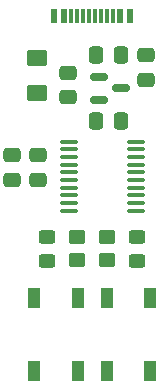
<source format=gbr>
%TF.GenerationSoftware,KiCad,Pcbnew,(6.0.8)*%
%TF.CreationDate,2023-05-03T15:07:47+02:00*%
%TF.ProjectId,Floppy Board v3.1,466c6f70-7079-4204-926f-617264207633,3.0*%
%TF.SameCoordinates,Original*%
%TF.FileFunction,Paste,Top*%
%TF.FilePolarity,Positive*%
%FSLAX46Y46*%
G04 Gerber Fmt 4.6, Leading zero omitted, Abs format (unit mm)*
G04 Created by KiCad (PCBNEW (6.0.8)) date 2023-05-03 15:07:47*
%MOMM*%
%LPD*%
G01*
G04 APERTURE LIST*
G04 Aperture macros list*
%AMRoundRect*
0 Rectangle with rounded corners*
0 $1 Rounding radius*
0 $2 $3 $4 $5 $6 $7 $8 $9 X,Y pos of 4 corners*
0 Add a 4 corners polygon primitive as box body*
4,1,4,$2,$3,$4,$5,$6,$7,$8,$9,$2,$3,0*
0 Add four circle primitives for the rounded corners*
1,1,$1+$1,$2,$3*
1,1,$1+$1,$4,$5*
1,1,$1+$1,$6,$7*
1,1,$1+$1,$8,$9*
0 Add four rect primitives between the rounded corners*
20,1,$1+$1,$2,$3,$4,$5,0*
20,1,$1+$1,$4,$5,$6,$7,0*
20,1,$1+$1,$6,$7,$8,$9,0*
20,1,$1+$1,$8,$9,$2,$3,0*%
G04 Aperture macros list end*
%ADD10RoundRect,0.250000X0.450000X-0.325000X0.450000X0.325000X-0.450000X0.325000X-0.450000X-0.325000X0*%
%ADD11RoundRect,0.250000X-0.475000X0.337500X-0.475000X-0.337500X0.475000X-0.337500X0.475000X0.337500X0*%
%ADD12R,1.100000X1.800000*%
%ADD13RoundRect,0.250000X-0.450000X0.350000X-0.450000X-0.350000X0.450000X-0.350000X0.450000X0.350000X0*%
%ADD14RoundRect,0.250000X0.337500X0.475000X-0.337500X0.475000X-0.337500X-0.475000X0.337500X-0.475000X0*%
%ADD15RoundRect,0.250000X0.450000X-0.350000X0.450000X0.350000X-0.450000X0.350000X-0.450000X-0.350000X0*%
%ADD16RoundRect,0.250000X0.475000X-0.337500X0.475000X0.337500X-0.475000X0.337500X-0.475000X-0.337500X0*%
%ADD17RoundRect,0.250001X-0.624999X0.462499X-0.624999X-0.462499X0.624999X-0.462499X0.624999X0.462499X0*%
%ADD18R,0.600000X1.150000*%
%ADD19R,0.300000X1.150000*%
%ADD20RoundRect,0.150000X-0.587500X-0.150000X0.587500X-0.150000X0.587500X0.150000X-0.587500X0.150000X0*%
%ADD21RoundRect,0.100000X-0.637500X-0.100000X0.637500X-0.100000X0.637500X0.100000X-0.637500X0.100000X0*%
G04 APERTURE END LIST*
D10*
%TO.C,D4*%
X158242000Y-98561000D03*
X158242000Y-96511000D03*
%TD*%
D11*
%TO.C,C1*%
X155321000Y-89640500D03*
X155321000Y-91715500D03*
%TD*%
D12*
%TO.C,SW1*%
X167000800Y-107900400D03*
X167000800Y-101700400D03*
X163300800Y-101700400D03*
X163300800Y-107900400D03*
%TD*%
D13*
%TO.C,R5*%
X160797000Y-96536000D03*
X160797000Y-98536000D03*
%TD*%
D14*
%TO.C,C4*%
X164511900Y-86766400D03*
X162436900Y-86766400D03*
%TD*%
%TO.C,C6*%
X164508000Y-81153000D03*
X162433000Y-81153000D03*
%TD*%
D10*
%TO.C,D2*%
X165862000Y-98561000D03*
X165862000Y-96511000D03*
%TD*%
D15*
%TO.C,R4*%
X163307000Y-98536000D03*
X163307000Y-96536000D03*
%TD*%
D12*
%TO.C,SW2*%
X157154000Y-101700400D03*
X157154000Y-107900400D03*
X160854000Y-101700400D03*
X160854000Y-107900400D03*
%TD*%
D16*
%TO.C,C5*%
X160020000Y-84705100D03*
X160020000Y-82630100D03*
%TD*%
D17*
%TO.C,F1*%
X157378400Y-81418100D03*
X157378400Y-84393100D03*
%TD*%
D11*
%TO.C,C2*%
X157480000Y-89640500D03*
X157480000Y-91715500D03*
%TD*%
D18*
%TO.C,J2*%
X165257000Y-77805500D03*
X164457000Y-77805500D03*
D19*
X163807000Y-77805500D03*
X163307000Y-77805500D03*
X162807000Y-77805500D03*
X162307000Y-77805500D03*
X161807000Y-77805500D03*
X161307000Y-77805500D03*
X160807000Y-77805500D03*
X160307000Y-77805500D03*
D18*
X159657000Y-77805500D03*
X158857000Y-77805500D03*
%TD*%
D20*
%TO.C,U3*%
X162638500Y-83022400D03*
X162638500Y-84922400D03*
X164513500Y-83972400D03*
%TD*%
D11*
%TO.C,C7*%
X166624000Y-81156900D03*
X166624000Y-83231900D03*
%TD*%
D21*
%TO.C,U1*%
X160078500Y-88481000D03*
X160078500Y-89131000D03*
X160078500Y-89781000D03*
X160078500Y-90431000D03*
X160078500Y-91081000D03*
X160078500Y-91731000D03*
X160078500Y-92381000D03*
X160078500Y-93031000D03*
X160078500Y-93681000D03*
X160078500Y-94331000D03*
X165803500Y-94331000D03*
X165803500Y-93681000D03*
X165803500Y-93031000D03*
X165803500Y-92381000D03*
X165803500Y-91731000D03*
X165803500Y-91081000D03*
X165803500Y-90431000D03*
X165803500Y-89781000D03*
X165803500Y-89131000D03*
X165803500Y-88481000D03*
%TD*%
M02*

</source>
